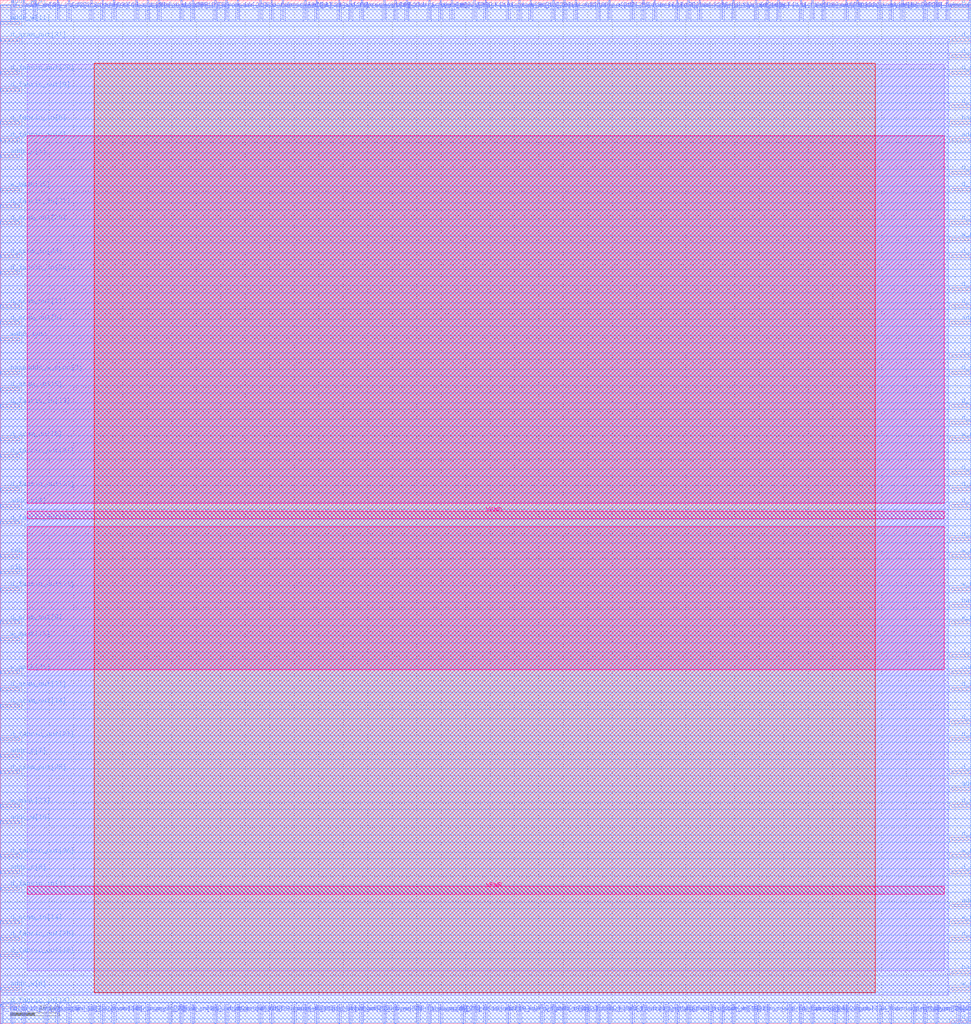
<source format=lef>
VERSION 5.7 ;
  NOWIREEXTENSIONATPIN ON ;
  DIVIDERCHAR "/" ;
  BUSBITCHARS "[]" ;
MACRO sram_ifc
  CLASS BLOCK ;
  FOREIGN sram_ifc ;
  ORIGIN 0.000 0.000 ;
  SIZE 198.260 BY 208.980 ;
  PIN addr_r[0]
    DIRECTION INPUT ;
    PORT
      LAYER met2 ;
        RECT 154.190 0.000 154.470 4.000 ;
    END
  END addr_r[0]
  PIN addr_r[10]
    DIRECTION INPUT ;
    PORT
      LAYER met3 ;
        RECT 194.260 180.240 198.260 180.840 ;
    END
  END addr_r[10]
  PIN addr_r[11]
    DIRECTION INPUT ;
    PORT
      LAYER met3 ;
        RECT 194.260 47.640 198.260 48.240 ;
    END
  END addr_r[11]
  PIN addr_r[12]
    DIRECTION INPUT ;
    PORT
      LAYER met2 ;
        RECT 121.990 204.980 122.270 208.980 ;
    END
  END addr_r[12]
  PIN addr_r[13]
    DIRECTION INPUT ;
    PORT
      LAYER met3 ;
        RECT 194.260 142.840 198.260 143.440 ;
    END
  END addr_r[13]
  PIN addr_r[1]
    DIRECTION INPUT ;
    PORT
      LAYER met3 ;
        RECT 0.000 176.840 4.000 177.440 ;
    END
  END addr_r[1]
  PIN addr_r[2]
    DIRECTION INPUT ;
    PORT
      LAYER met2 ;
        RECT 115.090 204.980 115.370 208.980 ;
    END
  END addr_r[2]
  PIN addr_r[3]
    DIRECTION INPUT ;
    PORT
      LAYER met2 ;
        RECT 112.790 0.000 113.070 4.000 ;
    END
  END addr_r[3]
  PIN addr_r[4]
    DIRECTION INPUT ;
    PORT
      LAYER met3 ;
        RECT 0.000 105.440 4.000 106.040 ;
    END
  END addr_r[4]
  PIN addr_r[5]
    DIRECTION INPUT ;
    PORT
      LAYER met2 ;
        RECT 39.190 204.980 39.470 208.980 ;
    END
  END addr_r[5]
  PIN addr_r[6]
    DIRECTION INPUT ;
    PORT
      LAYER met3 ;
        RECT 0.000 30.640 4.000 31.240 ;
    END
  END addr_r[6]
  PIN addr_r[7]
    DIRECTION INPUT ;
    PORT
      LAYER met3 ;
        RECT 0.000 54.440 4.000 55.040 ;
    END
  END addr_r[7]
  PIN addr_r[8]
    DIRECTION INPUT ;
    PORT
      LAYER met2 ;
        RECT 36.890 0.000 37.170 4.000 ;
    END
  END addr_r[8]
  PIN addr_r[9]
    DIRECTION INPUT ;
    PORT
      LAYER met2 ;
        RECT 20.790 204.980 21.070 208.980 ;
    END
  END addr_r[9]
  PIN addr_w[0]
    DIRECTION INPUT ;
    PORT
      LAYER met2 ;
        RECT 103.590 0.000 103.870 4.000 ;
    END
  END addr_w[0]
  PIN addr_w[10]
    DIRECTION INPUT ;
    PORT
      LAYER met3 ;
        RECT 0.000 40.840 4.000 41.440 ;
    END
  END addr_w[10]
  PIN addr_w[11]
    DIRECTION INPUT ;
    PORT
      LAYER met3 ;
        RECT 0.000 204.040 4.000 204.640 ;
    END
  END addr_w[11]
  PIN addr_w[12]
    DIRECTION INPUT ;
    PORT
      LAYER met2 ;
        RECT 147.290 0.000 147.570 4.000 ;
    END
  END addr_w[12]
  PIN addr_w[13]
    DIRECTION INPUT ;
    PORT
      LAYER met2 ;
        RECT 59.890 0.000 60.170 4.000 ;
    END
  END addr_w[13]
  PIN addr_w[1]
    DIRECTION INPUT ;
    PORT
      LAYER met2 ;
        RECT 78.290 0.000 78.570 4.000 ;
    END
  END addr_w[1]
  PIN addr_w[2]
    DIRECTION INPUT ;
    PORT
      LAYER met3 ;
        RECT 194.260 23.840 198.260 24.440 ;
    END
  END addr_w[2]
  PIN addr_w[3]
    DIRECTION INPUT ;
    PORT
      LAYER met2 ;
        RECT 121.990 0.000 122.270 4.000 ;
    END
  END addr_w[3]
  PIN addr_w[4]
    DIRECTION INPUT ;
    PORT
      LAYER met2 ;
        RECT 165.690 0.000 165.970 4.000 ;
    END
  END addr_w[4]
  PIN addr_w[5]
    DIRECTION INPUT ;
    PORT
      LAYER met2 ;
        RECT 48.390 204.980 48.670 208.980 ;
    END
  END addr_w[5]
  PIN addr_w[6]
    DIRECTION INPUT ;
    PORT
      LAYER met3 ;
        RECT 0.000 6.840 4.000 7.440 ;
    END
  END addr_w[6]
  PIN addr_w[7]
    DIRECTION INPUT ;
    PORT
      LAYER met2 ;
        RECT 13.890 0.000 14.170 4.000 ;
    END
  END addr_w[7]
  PIN addr_w[8]
    DIRECTION INPUT ;
    PORT
      LAYER met2 ;
        RECT 4.690 204.980 4.970 208.980 ;
    END
  END addr_w[8]
  PIN addr_w[9]
    DIRECTION INPUT ;
    PORT
      LAYER met3 ;
        RECT 0.000 207.440 4.000 208.040 ;
    END
  END addr_w[9]
  PIN baseaddr_r_sync[0]
    DIRECTION OUTPUT TRISTATE ;
    PORT
      LAYER met3 ;
        RECT 194.260 85.040 198.260 85.640 ;
    END
  END baseaddr_r_sync[0]
  PIN baseaddr_r_sync[1]
    DIRECTION OUTPUT TRISTATE ;
    PORT
      LAYER met2 ;
        RECT 138.090 204.980 138.370 208.980 ;
    END
  END baseaddr_r_sync[1]
  PIN baseaddr_r_sync[2]
    DIRECTION OUTPUT TRISTATE ;
    PORT
      LAYER met2 ;
        RECT 181.790 0.000 182.070 4.000 ;
    END
  END baseaddr_r_sync[2]
  PIN baseaddr_r_sync[3]
    DIRECTION OUTPUT TRISTATE ;
    PORT
      LAYER met2 ;
        RECT 71.390 0.000 71.670 4.000 ;
    END
  END baseaddr_r_sync[3]
  PIN baseaddr_r_sync[4]
    DIRECTION OUTPUT TRISTATE ;
    PORT
      LAYER met3 ;
        RECT 194.260 10.240 198.260 10.840 ;
    END
  END baseaddr_r_sync[4]
  PIN baseaddr_r_sync[5]
    DIRECTION OUTPUT TRISTATE ;
    PORT
      LAYER met2 ;
        RECT 80.590 0.000 80.870 4.000 ;
    END
  END baseaddr_r_sync[5]
  PIN baseaddr_r_sync[6]
    DIRECTION OUTPUT TRISTATE ;
    PORT
      LAYER met2 ;
        RECT 195.590 0.000 195.870 4.000 ;
    END
  END baseaddr_r_sync[6]
  PIN baseaddr_r_sync[7]
    DIRECTION OUTPUT TRISTATE ;
    PORT
      LAYER met2 ;
        RECT 27.690 204.980 27.970 208.980 ;
    END
  END baseaddr_r_sync[7]
  PIN baseaddr_r_sync[8]
    DIRECTION OUTPUT TRISTATE ;
    PORT
      LAYER met2 ;
        RECT 142.690 204.980 142.970 208.980 ;
    END
  END baseaddr_r_sync[8]
  PIN baseaddr_w_sync[0]
    DIRECTION OUTPUT TRISTATE ;
    PORT
      LAYER met2 ;
        RECT 69.090 204.980 69.370 208.980 ;
    END
  END baseaddr_w_sync[0]
  PIN baseaddr_w_sync[1]
    DIRECTION OUTPUT TRISTATE ;
    PORT
      LAYER met3 ;
        RECT 194.260 183.640 198.260 184.240 ;
    END
  END baseaddr_w_sync[1]
  PIN baseaddr_w_sync[2]
    DIRECTION OUTPUT TRISTATE ;
    PORT
      LAYER met2 ;
        RECT 23.090 0.000 23.370 4.000 ;
    END
  END baseaddr_w_sync[2]
  PIN baseaddr_w_sync[3]
    DIRECTION OUTPUT TRISTATE ;
    PORT
      LAYER met2 ;
        RECT 52.990 204.980 53.270 208.980 ;
    END
  END baseaddr_w_sync[3]
  PIN baseaddr_w_sync[4]
    DIRECTION OUTPUT TRISTATE ;
    PORT
      LAYER met2 ;
        RECT 80.590 204.980 80.870 208.980 ;
    END
  END baseaddr_w_sync[4]
  PIN baseaddr_w_sync[5]
    DIRECTION OUTPUT TRISTATE ;
    PORT
      LAYER met2 ;
        RECT 172.590 204.980 172.870 208.980 ;
    END
  END baseaddr_w_sync[5]
  PIN baseaddr_w_sync[6]
    DIRECTION OUTPUT TRISTATE ;
    PORT
      LAYER met2 ;
        RECT 98.990 0.000 99.270 4.000 ;
    END
  END baseaddr_w_sync[6]
  PIN baseaddr_w_sync[7]
    DIRECTION OUTPUT TRISTATE ;
    PORT
      LAYER met3 ;
        RECT 0.000 132.640 4.000 133.240 ;
    END
  END baseaddr_w_sync[7]
  PIN baseaddr_w_sync[8]
    DIRECTION OUTPUT TRISTATE ;
    PORT
      LAYER met2 ;
        RECT 156.490 0.000 156.770 4.000 ;
    END
  END baseaddr_w_sync[8]
  PIN clk
    DIRECTION INPUT ;
    PORT
      LAYER met3 ;
        RECT 0.000 91.840 4.000 92.440 ;
    END
  END clk
  PIN conf[0]
    DIRECTION INPUT ;
    PORT
      LAYER met2 ;
        RECT 133.490 204.980 133.770 208.980 ;
    END
  END conf[0]
  PIN conf[1]
    DIRECTION INPUT ;
    PORT
      LAYER met2 ;
        RECT 73.690 0.000 73.970 4.000 ;
    END
  END conf[1]
  PIN conf[2]
    DIRECTION INPUT ;
    PORT
      LAYER met3 ;
        RECT 194.260 71.440 198.260 72.040 ;
    END
  END conf[2]
  PIN csb
    DIRECTION INPUT ;
    PORT
      LAYER met2 ;
        RECT 174.890 0.000 175.170 4.000 ;
    END
  END csb
  PIN csb0_sync
    DIRECTION OUTPUT TRISTATE ;
    PORT
      LAYER met2 ;
        RECT 188.690 204.980 188.970 208.980 ;
    END
  END csb0_sync
  PIN csb1_sync
    DIRECTION OUTPUT TRISTATE ;
    PORT
      LAYER met2 ;
        RECT 18.490 204.980 18.770 208.980 ;
    END
  END csb1_sync
  PIN d_fabric_in[0]
    DIRECTION INPUT ;
    PORT
      LAYER met2 ;
        RECT 161.090 0.000 161.370 4.000 ;
    END
  END d_fabric_in[0]
  PIN d_fabric_in[10]
    DIRECTION INPUT ;
    PORT
      LAYER met2 ;
        RECT 128.890 0.000 129.170 4.000 ;
    END
  END d_fabric_in[10]
  PIN d_fabric_in[11]
    DIRECTION INPUT ;
    PORT
      LAYER met2 ;
        RECT 117.390 204.980 117.670 208.980 ;
    END
  END d_fabric_in[11]
  PIN d_fabric_in[12]
    DIRECTION INPUT ;
    PORT
      LAYER met3 ;
        RECT 194.260 200.640 198.260 201.240 ;
    END
  END d_fabric_in[12]
  PIN d_fabric_in[13]
    DIRECTION INPUT ;
    PORT
      LAYER met3 ;
        RECT 0.000 125.840 4.000 126.440 ;
    END
  END d_fabric_in[13]
  PIN d_fabric_in[14]
    DIRECTION INPUT ;
    PORT
      LAYER met3 ;
        RECT 0.000 3.440 4.000 4.040 ;
    END
  END d_fabric_in[14]
  PIN d_fabric_in[15]
    DIRECTION INPUT ;
    PORT
      LAYER met2 ;
        RECT 32.290 204.980 32.570 208.980 ;
    END
  END d_fabric_in[15]
  PIN d_fabric_in[16]
    DIRECTION INPUT ;
    PORT
      LAYER met2 ;
        RECT 147.290 204.980 147.570 208.980 ;
    END
  END d_fabric_in[16]
  PIN d_fabric_in[17]
    DIRECTION INPUT ;
    PORT
      LAYER met3 ;
        RECT 194.260 197.240 198.260 197.840 ;
    END
  END d_fabric_in[17]
  PIN d_fabric_in[18]
    DIRECTION INPUT ;
    PORT
      LAYER met3 ;
        RECT 194.260 156.440 198.260 157.040 ;
    END
  END d_fabric_in[18]
  PIN d_fabric_in[19]
    DIRECTION INPUT ;
    PORT
      LAYER met2 ;
        RECT 190.990 204.980 191.270 208.980 ;
    END
  END d_fabric_in[19]
  PIN d_fabric_in[1]
    DIRECTION INPUT ;
    PORT
      LAYER met3 ;
        RECT 0.000 27.240 4.000 27.840 ;
    END
  END d_fabric_in[1]
  PIN d_fabric_in[20]
    DIRECTION INPUT ;
    PORT
      LAYER met2 ;
        RECT 85.190 0.000 85.470 4.000 ;
    END
  END d_fabric_in[20]
  PIN d_fabric_in[21]
    DIRECTION INPUT ;
    PORT
      LAYER met3 ;
        RECT 194.260 146.240 198.260 146.840 ;
    END
  END d_fabric_in[21]
  PIN d_fabric_in[22]
    DIRECTION INPUT ;
    PORT
      LAYER met2 ;
        RECT 163.390 0.000 163.670 4.000 ;
    END
  END d_fabric_in[22]
  PIN d_fabric_in[23]
    DIRECTION INPUT ;
    PORT
      LAYER met3 ;
        RECT 194.260 112.240 198.260 112.840 ;
    END
  END d_fabric_in[23]
  PIN d_fabric_in[24]
    DIRECTION INPUT ;
    PORT
      LAYER met3 ;
        RECT 0.000 153.040 4.000 153.640 ;
    END
  END d_fabric_in[24]
  PIN d_fabric_in[25]
    DIRECTION INPUT ;
    PORT
      LAYER met2 ;
        RECT 158.790 204.980 159.070 208.980 ;
    END
  END d_fabric_in[25]
  PIN d_fabric_in[26]
    DIRECTION INPUT ;
    PORT
      LAYER met2 ;
        RECT 55.290 204.980 55.570 208.980 ;
    END
  END d_fabric_in[26]
  PIN d_fabric_in[27]
    DIRECTION INPUT ;
    PORT
      LAYER met2 ;
        RECT 13.890 204.980 14.170 208.980 ;
    END
  END d_fabric_in[27]
  PIN d_fabric_in[28]
    DIRECTION INPUT ;
    PORT
      LAYER met3 ;
        RECT 194.260 98.640 198.260 99.240 ;
    END
  END d_fabric_in[28]
  PIN d_fabric_in[29]
    DIRECTION INPUT ;
    PORT
      LAYER met3 ;
        RECT 194.260 125.840 198.260 126.440 ;
    END
  END d_fabric_in[29]
  PIN d_fabric_in[2]
    DIRECTION INPUT ;
    PORT
      LAYER met2 ;
        RECT 110.490 0.000 110.770 4.000 ;
    END
  END d_fabric_in[2]
  PIN d_fabric_in[30]
    DIRECTION INPUT ;
    PORT
      LAYER met2 ;
        RECT 179.490 0.000 179.770 4.000 ;
    END
  END d_fabric_in[30]
  PIN d_fabric_in[31]
    DIRECTION INPUT ;
    PORT
      LAYER met3 ;
        RECT 0.000 166.640 4.000 167.240 ;
    END
  END d_fabric_in[31]
  PIN d_fabric_in[3]
    DIRECTION INPUT ;
    PORT
      LAYER met2 ;
        RECT 138.090 0.000 138.370 4.000 ;
    END
  END d_fabric_in[3]
  PIN d_fabric_in[4]
    DIRECTION INPUT ;
    PORT
      LAYER met2 ;
        RECT 149.590 204.980 149.870 208.980 ;
    END
  END d_fabric_in[4]
  PIN d_fabric_in[5]
    DIRECTION INPUT ;
    PORT
      LAYER met2 ;
        RECT 131.190 204.980 131.470 208.980 ;
    END
  END d_fabric_in[5]
  PIN d_fabric_in[6]
    DIRECTION INPUT ;
    PORT
      LAYER met3 ;
        RECT 0.000 180.240 4.000 180.840 ;
    END
  END d_fabric_in[6]
  PIN d_fabric_in[7]
    DIRECTION INPUT ;
    PORT
      LAYER met3 ;
        RECT 194.260 207.440 198.260 208.040 ;
    END
  END d_fabric_in[7]
  PIN d_fabric_in[8]
    DIRECTION INPUT ;
    PORT
      LAYER met3 ;
        RECT 0.000 183.640 4.000 184.240 ;
    END
  END d_fabric_in[8]
  PIN d_fabric_in[9]
    DIRECTION INPUT ;
    PORT
      LAYER met2 ;
        RECT 4.690 0.000 4.970 4.000 ;
    END
  END d_fabric_in[9]
  PIN d_fabric_out[0]
    DIRECTION OUTPUT TRISTATE ;
    PORT
      LAYER met2 ;
        RECT 52.990 0.000 53.270 4.000 ;
    END
  END d_fabric_out[0]
  PIN d_fabric_out[10]
    DIRECTION OUTPUT TRISTATE ;
    PORT
      LAYER met3 ;
        RECT 0.000 13.640 4.000 14.240 ;
    END
  END d_fabric_out[10]
  PIN d_fabric_out[11]
    DIRECTION OUTPUT TRISTATE ;
    PORT
      LAYER met2 ;
        RECT 124.290 0.000 124.570 4.000 ;
    END
  END d_fabric_out[11]
  PIN d_fabric_out[12]
    DIRECTION OUTPUT TRISTATE ;
    PORT
      LAYER met3 ;
        RECT 194.260 170.040 198.260 170.640 ;
    END
  END d_fabric_out[12]
  PIN d_fabric_out[13]
    DIRECTION OUTPUT TRISTATE ;
    PORT
      LAYER met2 ;
        RECT 62.190 0.000 62.470 4.000 ;
    END
  END d_fabric_out[13]
  PIN d_fabric_out[14]
    DIRECTION OUTPUT TRISTATE ;
    PORT
      LAYER met2 ;
        RECT 131.190 0.000 131.470 4.000 ;
    END
  END d_fabric_out[14]
  PIN d_fabric_out[15]
    DIRECTION OUTPUT TRISTATE ;
    PORT
      LAYER met2 ;
        RECT 82.890 204.980 83.170 208.980 ;
    END
  END d_fabric_out[15]
  PIN d_fabric_out[16]
    DIRECTION OUTPUT TRISTATE ;
    PORT
      LAYER met3 ;
        RECT 194.260 122.440 198.260 123.040 ;
    END
  END d_fabric_out[16]
  PIN d_fabric_out[17]
    DIRECTION OUTPUT TRISTATE ;
    PORT
      LAYER met2 ;
        RECT 128.890 204.980 129.170 208.980 ;
    END
  END d_fabric_out[17]
  PIN d_fabric_out[18]
    DIRECTION OUTPUT TRISTATE ;
    PORT
      LAYER met2 ;
        RECT 105.890 0.000 106.170 4.000 ;
    END
  END d_fabric_out[18]
  PIN d_fabric_out[19]
    DIRECTION OUTPUT TRISTATE ;
    PORT
      LAYER met3 ;
        RECT 194.260 17.040 198.260 17.640 ;
    END
  END d_fabric_out[19]
  PIN d_fabric_out[1]
    DIRECTION OUTPUT TRISTATE ;
    PORT
      LAYER met2 ;
        RECT 119.690 0.000 119.970 4.000 ;
    END
  END d_fabric_out[1]
  PIN d_fabric_out[20]
    DIRECTION OUTPUT TRISTATE ;
    PORT
      LAYER met2 ;
        RECT 55.290 0.000 55.570 4.000 ;
    END
  END d_fabric_out[20]
  PIN d_fabric_out[21]
    DIRECTION OUTPUT TRISTATE ;
    PORT
      LAYER met3 ;
        RECT 0.000 115.640 4.000 116.240 ;
    END
  END d_fabric_out[21]
  PIN d_fabric_out[22]
    DIRECTION OUTPUT TRISTATE ;
    PORT
      LAYER met3 ;
        RECT 0.000 108.840 4.000 109.440 ;
    END
  END d_fabric_out[22]
  PIN d_fabric_out[23]
    DIRECTION OUTPUT TRISTATE ;
    PORT
      LAYER met3 ;
        RECT 0.000 88.440 4.000 89.040 ;
    END
  END d_fabric_out[23]
  PIN d_fabric_out[24]
    DIRECTION OUTPUT TRISTATE ;
    PORT
      LAYER met3 ;
        RECT 194.260 74.840 198.260 75.440 ;
    END
  END d_fabric_out[24]
  PIN d_fabric_out[25]
    DIRECTION OUTPUT TRISTATE ;
    PORT
      LAYER met3 ;
        RECT 0.000 17.040 4.000 17.640 ;
    END
  END d_fabric_out[25]
  PIN d_fabric_out[26]
    DIRECTION OUTPUT TRISTATE ;
    PORT
      LAYER met3 ;
        RECT 0.000 34.040 4.000 34.640 ;
    END
  END d_fabric_out[26]
  PIN d_fabric_out[27]
    DIRECTION OUTPUT TRISTATE ;
    PORT
      LAYER met3 ;
        RECT 0.000 57.840 4.000 58.440 ;
    END
  END d_fabric_out[27]
  PIN d_fabric_out[28]
    DIRECTION OUTPUT TRISTATE ;
    PORT
      LAYER met2 ;
        RECT 87.490 204.980 87.770 208.980 ;
    END
  END d_fabric_out[28]
  PIN d_fabric_out[29]
    DIRECTION OUTPUT TRISTATE ;
    PORT
      LAYER met3 ;
        RECT 0.000 193.840 4.000 194.440 ;
    END
  END d_fabric_out[29]
  PIN d_fabric_out[2]
    DIRECTION OUTPUT TRISTATE ;
    PORT
      LAYER met2 ;
        RECT 71.390 204.980 71.670 208.980 ;
    END
  END d_fabric_out[2]
  PIN d_fabric_out[30]
    DIRECTION OUTPUT TRISTATE ;
    PORT
      LAYER met2 ;
        RECT 98.990 204.980 99.270 208.980 ;
    END
  END d_fabric_out[30]
  PIN d_fabric_out[31]
    DIRECTION OUTPUT TRISTATE ;
    PORT
      LAYER met2 ;
        RECT 197.890 204.980 198.170 208.980 ;
    END
  END d_fabric_out[31]
  PIN d_fabric_out[3]
    DIRECTION OUTPUT TRISTATE ;
    PORT
      LAYER met2 ;
        RECT 163.390 204.980 163.670 208.980 ;
    END
  END d_fabric_out[3]
  PIN d_fabric_out[4]
    DIRECTION OUTPUT TRISTATE ;
    PORT
      LAYER met2 ;
        RECT 140.390 0.000 140.670 4.000 ;
    END
  END d_fabric_out[4]
  PIN d_fabric_out[5]
    DIRECTION OUTPUT TRISTATE ;
    PORT
      LAYER met3 ;
        RECT 194.260 163.240 198.260 163.840 ;
    END
  END d_fabric_out[5]
  PIN d_fabric_out[6]
    DIRECTION OUTPUT TRISTATE ;
    PORT
      LAYER met3 ;
        RECT 194.260 149.640 198.260 150.240 ;
    END
  END d_fabric_out[6]
  PIN d_fabric_out[7]
    DIRECTION OUTPUT TRISTATE ;
    PORT
      LAYER met3 ;
        RECT 194.260 105.440 198.260 106.040 ;
    END
  END d_fabric_out[7]
  PIN d_fabric_out[8]
    DIRECTION OUTPUT TRISTATE ;
    PORT
      LAYER met3 ;
        RECT 0.000 102.040 4.000 102.640 ;
    END
  END d_fabric_out[8]
  PIN d_fabric_out[9]
    DIRECTION OUTPUT TRISTATE ;
    PORT
      LAYER met3 ;
        RECT 0.000 190.440 4.000 191.040 ;
    END
  END d_fabric_out[9]
  PIN d_sram_in[0]
    DIRECTION OUTPUT TRISTATE ;
    PORT
      LAYER met2 ;
        RECT 2.390 0.000 2.670 4.000 ;
    END
  END d_sram_in[0]
  PIN d_sram_in[10]
    DIRECTION OUTPUT TRISTATE ;
    PORT
      LAYER met3 ;
        RECT 194.260 61.240 198.260 61.840 ;
    END
  END d_sram_in[10]
  PIN d_sram_in[11]
    DIRECTION OUTPUT TRISTATE ;
    PORT
      LAYER met3 ;
        RECT 194.260 57.840 198.260 58.440 ;
    END
  END d_sram_in[11]
  PIN d_sram_in[12]
    DIRECTION OUTPUT TRISTATE ;
    PORT
      LAYER met2 ;
        RECT 103.590 204.980 103.870 208.980 ;
    END
  END d_sram_in[12]
  PIN d_sram_in[13]
    DIRECTION OUTPUT TRISTATE ;
    PORT
      LAYER met2 ;
        RECT 6.990 204.980 7.270 208.980 ;
    END
  END d_sram_in[13]
  PIN d_sram_in[14]
    DIRECTION OUTPUT TRISTATE ;
    PORT
      LAYER met3 ;
        RECT 0.000 20.440 4.000 21.040 ;
    END
  END d_sram_in[14]
  PIN d_sram_in[15]
    DIRECTION OUTPUT TRISTATE ;
    PORT
      LAYER met3 ;
        RECT 0.000 129.240 4.000 129.840 ;
    END
  END d_sram_in[15]
  PIN d_sram_in[16]
    DIRECTION OUTPUT TRISTATE ;
    PORT
      LAYER met3 ;
        RECT 194.260 37.440 198.260 38.040 ;
    END
  END d_sram_in[16]
  PIN d_sram_in[17]
    DIRECTION OUTPUT TRISTATE ;
    PORT
      LAYER met3 ;
        RECT 194.260 0.040 198.260 0.640 ;
    END
  END d_sram_in[17]
  PIN d_sram_in[18]
    DIRECTION OUTPUT TRISTATE ;
    PORT
      LAYER met2 ;
        RECT 9.290 0.000 9.570 4.000 ;
    END
  END d_sram_in[18]
  PIN d_sram_in[19]
    DIRECTION OUTPUT TRISTATE ;
    PORT
      LAYER met3 ;
        RECT 194.260 187.040 198.260 187.640 ;
    END
  END d_sram_in[19]
  PIN d_sram_in[1]
    DIRECTION OUTPUT TRISTATE ;
    PORT
      LAYER met2 ;
        RECT 73.690 204.980 73.970 208.980 ;
    END
  END d_sram_in[1]
  PIN d_sram_in[20]
    DIRECTION OUTPUT TRISTATE ;
    PORT
      LAYER met2 ;
        RECT 43.790 204.980 44.070 208.980 ;
    END
  END d_sram_in[20]
  PIN d_sram_in[21]
    DIRECTION OUTPUT TRISTATE ;
    PORT
      LAYER met3 ;
        RECT 194.260 136.040 198.260 136.640 ;
    END
  END d_sram_in[21]
  PIN d_sram_in[22]
    DIRECTION OUTPUT TRISTATE ;
    PORT
      LAYER met2 ;
        RECT 69.090 0.000 69.370 4.000 ;
    END
  END d_sram_in[22]
  PIN d_sram_in[23]
    DIRECTION OUTPUT TRISTATE ;
    PORT
      LAYER met2 ;
        RECT 87.490 0.000 87.770 4.000 ;
    END
  END d_sram_in[23]
  PIN d_sram_in[24]
    DIRECTION OUTPUT TRISTATE ;
    PORT
      LAYER met2 ;
        RECT 186.390 0.000 186.670 4.000 ;
    END
  END d_sram_in[24]
  PIN d_sram_in[25]
    DIRECTION OUTPUT TRISTATE ;
    PORT
      LAYER met2 ;
        RECT 181.790 204.980 182.070 208.980 ;
    END
  END d_sram_in[25]
  PIN d_sram_in[26]
    DIRECTION OUTPUT TRISTATE ;
    PORT
      LAYER met2 ;
        RECT 34.590 0.000 34.870 4.000 ;
    END
  END d_sram_in[26]
  PIN d_sram_in[27]
    DIRECTION OUTPUT TRISTATE ;
    PORT
      LAYER met2 ;
        RECT 64.490 204.980 64.770 208.980 ;
    END
  END d_sram_in[27]
  PIN d_sram_in[28]
    DIRECTION OUTPUT TRISTATE ;
    PORT
      LAYER met3 ;
        RECT 0.000 156.440 4.000 157.040 ;
    END
  END d_sram_in[28]
  PIN d_sram_in[29]
    DIRECTION OUTPUT TRISTATE ;
    PORT
      LAYER met2 ;
        RECT 188.690 0.000 188.970 4.000 ;
    END
  END d_sram_in[29]
  PIN d_sram_in[2]
    DIRECTION OUTPUT TRISTATE ;
    PORT
      LAYER met2 ;
        RECT 27.690 0.000 27.970 4.000 ;
    END
  END d_sram_in[2]
  PIN d_sram_in[30]
    DIRECTION OUTPUT TRISTATE ;
    PORT
      LAYER met2 ;
        RECT 105.890 204.980 106.170 208.980 ;
    END
  END d_sram_in[30]
  PIN d_sram_in[31]
    DIRECTION OUTPUT TRISTATE ;
    PORT
      LAYER met3 ;
        RECT 194.260 30.640 198.260 31.240 ;
    END
  END d_sram_in[31]
  PIN d_sram_in[3]
    DIRECTION OUTPUT TRISTATE ;
    PORT
      LAYER met2 ;
        RECT 2.390 204.980 2.670 208.980 ;
    END
  END d_sram_in[3]
  PIN d_sram_in[4]
    DIRECTION OUTPUT TRISTATE ;
    PORT
      LAYER met2 ;
        RECT 89.790 204.980 90.070 208.980 ;
    END
  END d_sram_in[4]
  PIN d_sram_in[5]
    DIRECTION OUTPUT TRISTATE ;
    PORT
      LAYER met3 ;
        RECT 194.260 51.040 198.260 51.640 ;
    END
  END d_sram_in[5]
  PIN d_sram_in[6]
    DIRECTION OUTPUT TRISTATE ;
    PORT
      LAYER met2 ;
        RECT 36.890 204.980 37.170 208.980 ;
    END
  END d_sram_in[6]
  PIN d_sram_in[7]
    DIRECTION OUTPUT TRISTATE ;
    PORT
      LAYER met2 ;
        RECT 144.990 0.000 145.270 4.000 ;
    END
  END d_sram_in[7]
  PIN d_sram_in[8]
    DIRECTION OUTPUT TRISTATE ;
    PORT
      LAYER met2 ;
        RECT 135.790 0.000 136.070 4.000 ;
    END
  END d_sram_in[8]
  PIN d_sram_in[9]
    DIRECTION OUTPUT TRISTATE ;
    PORT
      LAYER met3 ;
        RECT 194.260 68.040 198.260 68.640 ;
    END
  END d_sram_in[9]
  PIN d_sram_out[0]
    DIRECTION INPUT ;
    PORT
      LAYER met3 ;
        RECT 0.000 142.840 4.000 143.440 ;
    END
  END d_sram_out[0]
  PIN d_sram_out[10]
    DIRECTION INPUT ;
    PORT
      LAYER met2 ;
        RECT 39.190 0.000 39.470 4.000 ;
    END
  END d_sram_out[10]
  PIN d_sram_out[11]
    DIRECTION INPUT ;
    PORT
      LAYER met3 ;
        RECT 0.000 146.240 4.000 146.840 ;
    END
  END d_sram_out[11]
  PIN d_sram_out[12]
    DIRECTION INPUT ;
    PORT
      LAYER met2 ;
        RECT 29.990 204.980 30.270 208.980 ;
    END
  END d_sram_out[12]
  PIN d_sram_out[13]
    DIRECTION INPUT ;
    PORT
      LAYER met2 ;
        RECT 112.790 204.980 113.070 208.980 ;
    END
  END d_sram_out[13]
  PIN d_sram_out[14]
    DIRECTION INPUT ;
    PORT
      LAYER met3 ;
        RECT 0.000 64.640 4.000 65.240 ;
    END
  END d_sram_out[14]
  PIN d_sram_out[15]
    DIRECTION INPUT ;
    PORT
      LAYER met2 ;
        RECT 174.890 204.980 175.170 208.980 ;
    END
  END d_sram_out[15]
  PIN d_sram_out[16]
    DIRECTION INPUT ;
    PORT
      LAYER met2 ;
        RECT 46.090 0.000 46.370 4.000 ;
    END
  END d_sram_out[16]
  PIN d_sram_out[17]
    DIRECTION INPUT ;
    PORT
      LAYER met3 ;
        RECT 194.260 193.840 198.260 194.440 ;
    END
  END d_sram_out[17]
  PIN d_sram_out[18]
    DIRECTION INPUT ;
    PORT
      LAYER met2 ;
        RECT 96.690 0.000 96.970 4.000 ;
    END
  END d_sram_out[18]
  PIN d_sram_out[19]
    DIRECTION INPUT ;
    PORT
      LAYER met2 ;
        RECT 165.690 204.980 165.970 208.980 ;
    END
  END d_sram_out[19]
  PIN d_sram_out[1]
    DIRECTION INPUT ;
    PORT
      LAYER met3 ;
        RECT 194.260 132.640 198.260 133.240 ;
    END
  END d_sram_out[1]
  PIN d_sram_out[20]
    DIRECTION INPUT ;
    PORT
      LAYER met2 ;
        RECT 197.890 0.000 198.170 4.000 ;
    END
  END d_sram_out[20]
  PIN d_sram_out[21]
    DIRECTION INPUT ;
    PORT
      LAYER met3 ;
        RECT 0.000 68.040 4.000 68.640 ;
    END
  END d_sram_out[21]
  PIN d_sram_out[22]
    DIRECTION INPUT ;
    PORT
      LAYER met2 ;
        RECT 11.590 0.000 11.870 4.000 ;
    END
  END d_sram_out[22]
  PIN d_sram_out[23]
    DIRECTION INPUT ;
    PORT
      LAYER met2 ;
        RECT 167.990 204.980 168.270 208.980 ;
    END
  END d_sram_out[23]
  PIN d_sram_out[24]
    DIRECTION INPUT ;
    PORT
      LAYER met2 ;
        RECT 170.290 0.000 170.570 4.000 ;
    END
  END d_sram_out[24]
  PIN d_sram_out[25]
    DIRECTION INPUT ;
    PORT
      LAYER met3 ;
        RECT 0.000 51.040 4.000 51.640 ;
    END
  END d_sram_out[25]
  PIN d_sram_out[26]
    DIRECTION INPUT ;
    PORT
      LAYER met2 ;
        RECT 179.490 204.980 179.770 208.980 ;
    END
  END d_sram_out[26]
  PIN d_sram_out[27]
    DIRECTION INPUT ;
    PORT
      LAYER met2 ;
        RECT 190.990 0.000 191.270 4.000 ;
    END
  END d_sram_out[27]
  PIN d_sram_out[28]
    DIRECTION INPUT ;
    PORT
      LAYER met2 ;
        RECT 48.390 0.000 48.670 4.000 ;
    END
  END d_sram_out[28]
  PIN d_sram_out[29]
    DIRECTION INPUT ;
    PORT
      LAYER met2 ;
        RECT 115.090 0.000 115.370 4.000 ;
    END
  END d_sram_out[29]
  PIN d_sram_out[2]
    DIRECTION INPUT ;
    PORT
      LAYER met3 ;
        RECT 194.260 173.440 198.260 174.040 ;
    END
  END d_sram_out[2]
  PIN d_sram_out[30]
    DIRECTION INPUT ;
    PORT
      LAYER met3 ;
        RECT 0.000 163.240 4.000 163.840 ;
    END
  END d_sram_out[30]
  PIN d_sram_out[31]
    DIRECTION INPUT ;
    PORT
      LAYER met3 ;
        RECT 0.000 200.640 4.000 201.240 ;
    END
  END d_sram_out[31]
  PIN d_sram_out[3]
    DIRECTION INPUT ;
    PORT
      LAYER met3 ;
        RECT 194.260 44.240 198.260 44.840 ;
    END
  END d_sram_out[3]
  PIN d_sram_out[4]
    DIRECTION INPUT ;
    PORT
      LAYER met2 ;
        RECT 43.790 0.000 44.070 4.000 ;
    END
  END d_sram_out[4]
  PIN d_sram_out[5]
    DIRECTION INPUT ;
    PORT
      LAYER met2 ;
        RECT 18.490 0.000 18.770 4.000 ;
    END
  END d_sram_out[5]
  PIN d_sram_out[6]
    DIRECTION INPUT ;
    PORT
      LAYER met3 ;
        RECT 194.260 108.840 198.260 109.440 ;
    END
  END d_sram_out[6]
  PIN d_sram_out[7]
    DIRECTION INPUT ;
    PORT
      LAYER met2 ;
        RECT 23.090 204.980 23.370 208.980 ;
    END
  END d_sram_out[7]
  PIN d_sram_out[8]
    DIRECTION INPUT ;
    PORT
      LAYER met3 ;
        RECT 0.000 119.040 4.000 119.640 ;
    END
  END d_sram_out[8]
  PIN d_sram_out[9]
    DIRECTION INPUT ;
    PORT
      LAYER met3 ;
        RECT 0.000 81.640 4.000 82.240 ;
    END
  END d_sram_out[9]
  PIN out_reg
    DIRECTION INPUT ;
    PORT
      LAYER met2 ;
        RECT 154.190 204.980 154.470 208.980 ;
    END
  END out_reg
  PIN reb
    DIRECTION INPUT ;
    PORT
      LAYER met3 ;
        RECT 0.000 95.240 4.000 95.840 ;
    END
  END reb
  PIN w_mask[0]
    DIRECTION OUTPUT TRISTATE ;
    PORT
      LAYER met2 ;
        RECT 172.590 0.000 172.870 4.000 ;
    END
  END w_mask[0]
  PIN w_mask[10]
    DIRECTION OUTPUT TRISTATE ;
    PORT
      LAYER met2 ;
        RECT 96.690 204.980 96.970 208.980 ;
    END
  END w_mask[10]
  PIN w_mask[11]
    DIRECTION OUTPUT TRISTATE ;
    PORT
      LAYER met3 ;
        RECT 194.260 159.840 198.260 160.440 ;
    END
  END w_mask[11]
  PIN w_mask[12]
    DIRECTION OUTPUT TRISTATE ;
    PORT
      LAYER met2 ;
        RECT 0.090 0.000 0.370 4.000 ;
    END
  END w_mask[12]
  PIN w_mask[13]
    DIRECTION OUTPUT TRISTATE ;
    PORT
      LAYER met3 ;
        RECT 0.000 78.240 4.000 78.840 ;
    END
  END w_mask[13]
  PIN w_mask[14]
    DIRECTION OUTPUT TRISTATE ;
    PORT
      LAYER met2 ;
        RECT 64.490 0.000 64.770 4.000 ;
    END
  END w_mask[14]
  PIN w_mask[15]
    DIRECTION OUTPUT TRISTATE ;
    PORT
      LAYER met2 ;
        RECT 29.990 0.000 30.270 4.000 ;
    END
  END w_mask[15]
  PIN w_mask[16]
    DIRECTION OUTPUT TRISTATE ;
    PORT
      LAYER met2 ;
        RECT 156.490 204.980 156.770 208.980 ;
    END
  END w_mask[16]
  PIN w_mask[17]
    DIRECTION OUTPUT TRISTATE ;
    PORT
      LAYER met2 ;
        RECT 193.290 204.980 193.570 208.980 ;
    END
  END w_mask[17]
  PIN w_mask[18]
    DIRECTION OUTPUT TRISTATE ;
    PORT
      LAYER met3 ;
        RECT 194.260 119.040 198.260 119.640 ;
    END
  END w_mask[18]
  PIN w_mask[19]
    DIRECTION OUTPUT TRISTATE ;
    PORT
      LAYER met2 ;
        RECT 94.390 0.000 94.670 4.000 ;
    END
  END w_mask[19]
  PIN w_mask[1]
    DIRECTION OUTPUT TRISTATE ;
    PORT
      LAYER met2 ;
        RECT 149.590 0.000 149.870 4.000 ;
    END
  END w_mask[1]
  PIN w_mask[20]
    DIRECTION OUTPUT TRISTATE ;
    PORT
      LAYER met2 ;
        RECT 62.190 204.980 62.470 208.980 ;
    END
  END w_mask[20]
  PIN w_mask[21]
    DIRECTION OUTPUT TRISTATE ;
    PORT
      LAYER met2 ;
        RECT 11.590 204.980 11.870 208.980 ;
    END
  END w_mask[21]
  PIN w_mask[22]
    DIRECTION OUTPUT TRISTATE ;
    PORT
      LAYER met2 ;
        RECT 140.390 204.980 140.670 208.980 ;
    END
  END w_mask[22]
  PIN w_mask[23]
    DIRECTION OUTPUT TRISTATE ;
    PORT
      LAYER met3 ;
        RECT 0.000 44.240 4.000 44.840 ;
    END
  END w_mask[23]
  PIN w_mask[24]
    DIRECTION OUTPUT TRISTATE ;
    PORT
      LAYER met2 ;
        RECT 20.790 0.000 21.070 4.000 ;
    END
  END w_mask[24]
  PIN w_mask[25]
    DIRECTION OUTPUT TRISTATE ;
    PORT
      LAYER met3 ;
        RECT 0.000 170.040 4.000 170.640 ;
    END
  END w_mask[25]
  PIN w_mask[26]
    DIRECTION OUTPUT TRISTATE ;
    PORT
      LAYER met2 ;
        RECT 124.290 204.980 124.570 208.980 ;
    END
  END w_mask[26]
  PIN w_mask[27]
    DIRECTION OUTPUT TRISTATE ;
    PORT
      LAYER met2 ;
        RECT 57.590 204.980 57.870 208.980 ;
    END
  END w_mask[27]
  PIN w_mask[28]
    DIRECTION OUTPUT TRISTATE ;
    PORT
      LAYER met2 ;
        RECT 108.190 204.980 108.470 208.980 ;
    END
  END w_mask[28]
  PIN w_mask[29]
    DIRECTION OUTPUT TRISTATE ;
    PORT
      LAYER met2 ;
        RECT 184.090 204.980 184.370 208.980 ;
    END
  END w_mask[29]
  PIN w_mask[2]
    DIRECTION OUTPUT TRISTATE ;
    PORT
      LAYER met2 ;
        RECT 78.290 204.980 78.570 208.980 ;
    END
  END w_mask[2]
  PIN w_mask[30]
    DIRECTION OUTPUT TRISTATE ;
    PORT
      LAYER met2 ;
        RECT 89.790 0.000 90.070 4.000 ;
    END
  END w_mask[30]
  PIN w_mask[31]
    DIRECTION OUTPUT TRISTATE ;
    PORT
      LAYER met3 ;
        RECT 0.000 71.440 4.000 72.040 ;
    END
  END w_mask[31]
  PIN w_mask[3]
    DIRECTION OUTPUT TRISTATE ;
    PORT
      LAYER met3 ;
        RECT 194.260 95.240 198.260 95.840 ;
    END
  END w_mask[3]
  PIN w_mask[4]
    DIRECTION OUTPUT TRISTATE ;
    PORT
      LAYER met3 ;
        RECT 194.260 81.640 198.260 82.240 ;
    END
  END w_mask[4]
  PIN w_mask[5]
    DIRECTION OUTPUT TRISTATE ;
    PORT
      LAYER met2 ;
        RECT 92.090 204.980 92.370 208.980 ;
    END
  END w_mask[5]
  PIN w_mask[6]
    DIRECTION OUTPUT TRISTATE ;
    PORT
      LAYER met3 ;
        RECT 194.260 34.040 198.260 34.640 ;
    END
  END w_mask[6]
  PIN w_mask[7]
    DIRECTION OUTPUT TRISTATE ;
    PORT
      LAYER met3 ;
        RECT 194.260 6.840 198.260 7.440 ;
    END
  END w_mask[7]
  PIN w_mask[8]
    DIRECTION OUTPUT TRISTATE ;
    PORT
      LAYER met3 ;
        RECT 194.260 88.440 198.260 89.040 ;
    END
  END w_mask[8]
  PIN w_mask[9]
    DIRECTION OUTPUT TRISTATE ;
    PORT
      LAYER met3 ;
        RECT 194.260 20.440 198.260 21.040 ;
    END
  END w_mask[9]
  PIN web
    DIRECTION INPUT ;
    PORT
      LAYER met2 ;
        RECT 46.090 204.980 46.370 208.980 ;
    END
  END web
  PIN web0_sync
    DIRECTION OUTPUT TRISTATE ;
    PORT
      LAYER met3 ;
        RECT 0.000 139.440 4.000 140.040 ;
    END
  END web0_sync
  PIN VPWR
    DIRECTION INPUT ;
    USE POWER ;
    PORT
      LAYER met5 ;
        RECT 5.520 26.490 192.740 28.090 ;
    END
  END VPWR
  PIN VGND
    DIRECTION INPUT ;
    USE GROUND ;
    PORT
      LAYER met5 ;
        RECT 5.520 103.080 192.740 104.680 ;
    END
  END VGND
  OBS
      LAYER li1 ;
        RECT 5.520 10.795 192.740 195.925 ;
      LAYER met1 ;
        RECT 0.070 5.820 193.590 201.240 ;
      LAYER met2 ;
        RECT 0.090 204.700 2.110 207.925 ;
        RECT 2.950 204.700 4.410 207.925 ;
        RECT 5.250 204.700 6.710 207.925 ;
        RECT 7.550 204.700 11.310 207.925 ;
        RECT 12.150 204.700 13.610 207.925 ;
        RECT 14.450 204.700 18.210 207.925 ;
        RECT 19.050 204.700 20.510 207.925 ;
        RECT 21.350 204.700 22.810 207.925 ;
        RECT 23.650 204.700 27.410 207.925 ;
        RECT 28.250 204.700 29.710 207.925 ;
        RECT 30.550 204.700 32.010 207.925 ;
        RECT 32.850 204.700 36.610 207.925 ;
        RECT 37.450 204.700 38.910 207.925 ;
        RECT 39.750 204.700 43.510 207.925 ;
        RECT 44.350 204.700 45.810 207.925 ;
        RECT 46.650 204.700 48.110 207.925 ;
        RECT 48.950 204.700 52.710 207.925 ;
        RECT 53.550 204.700 55.010 207.925 ;
        RECT 55.850 204.700 57.310 207.925 ;
        RECT 58.150 204.700 61.910 207.925 ;
        RECT 62.750 204.700 64.210 207.925 ;
        RECT 65.050 204.700 68.810 207.925 ;
        RECT 69.650 204.700 71.110 207.925 ;
        RECT 71.950 204.700 73.410 207.925 ;
        RECT 74.250 204.700 78.010 207.925 ;
        RECT 78.850 204.700 80.310 207.925 ;
        RECT 81.150 204.700 82.610 207.925 ;
        RECT 83.450 204.700 87.210 207.925 ;
        RECT 88.050 204.700 89.510 207.925 ;
        RECT 90.350 204.700 91.810 207.925 ;
        RECT 92.650 204.700 96.410 207.925 ;
        RECT 97.250 204.700 98.710 207.925 ;
        RECT 99.550 204.700 103.310 207.925 ;
        RECT 104.150 204.700 105.610 207.925 ;
        RECT 106.450 204.700 107.910 207.925 ;
        RECT 108.750 204.700 112.510 207.925 ;
        RECT 113.350 204.700 114.810 207.925 ;
        RECT 115.650 204.700 117.110 207.925 ;
        RECT 117.950 204.700 121.710 207.925 ;
        RECT 122.550 204.700 124.010 207.925 ;
        RECT 124.850 204.700 128.610 207.925 ;
        RECT 129.450 204.700 130.910 207.925 ;
        RECT 131.750 204.700 133.210 207.925 ;
        RECT 134.050 204.700 137.810 207.925 ;
        RECT 138.650 204.700 140.110 207.925 ;
        RECT 140.950 204.700 142.410 207.925 ;
        RECT 143.250 204.700 147.010 207.925 ;
        RECT 147.850 204.700 149.310 207.925 ;
        RECT 150.150 204.700 153.910 207.925 ;
        RECT 154.750 204.700 156.210 207.925 ;
        RECT 157.050 204.700 158.510 207.925 ;
        RECT 159.350 204.700 163.110 207.925 ;
        RECT 163.950 204.700 165.410 207.925 ;
        RECT 166.250 204.700 167.710 207.925 ;
        RECT 168.550 204.700 172.310 207.925 ;
        RECT 173.150 204.700 174.610 207.925 ;
        RECT 175.450 204.700 179.210 207.925 ;
        RECT 180.050 204.700 181.510 207.925 ;
        RECT 182.350 204.700 183.810 207.925 ;
        RECT 184.650 204.700 188.410 207.925 ;
        RECT 189.250 204.700 190.710 207.925 ;
        RECT 191.550 204.700 193.010 207.925 ;
        RECT 193.850 204.700 197.610 207.925 ;
        RECT 0.090 4.280 198.170 204.700 ;
        RECT 0.650 0.155 2.110 4.280 ;
        RECT 2.950 0.155 4.410 4.280 ;
        RECT 5.250 0.155 9.010 4.280 ;
        RECT 9.850 0.155 11.310 4.280 ;
        RECT 12.150 0.155 13.610 4.280 ;
        RECT 14.450 0.155 18.210 4.280 ;
        RECT 19.050 0.155 20.510 4.280 ;
        RECT 21.350 0.155 22.810 4.280 ;
        RECT 23.650 0.155 27.410 4.280 ;
        RECT 28.250 0.155 29.710 4.280 ;
        RECT 30.550 0.155 34.310 4.280 ;
        RECT 35.150 0.155 36.610 4.280 ;
        RECT 37.450 0.155 38.910 4.280 ;
        RECT 39.750 0.155 43.510 4.280 ;
        RECT 44.350 0.155 45.810 4.280 ;
        RECT 46.650 0.155 48.110 4.280 ;
        RECT 48.950 0.155 52.710 4.280 ;
        RECT 53.550 0.155 55.010 4.280 ;
        RECT 55.850 0.155 59.610 4.280 ;
        RECT 60.450 0.155 61.910 4.280 ;
        RECT 62.750 0.155 64.210 4.280 ;
        RECT 65.050 0.155 68.810 4.280 ;
        RECT 69.650 0.155 71.110 4.280 ;
        RECT 71.950 0.155 73.410 4.280 ;
        RECT 74.250 0.155 78.010 4.280 ;
        RECT 78.850 0.155 80.310 4.280 ;
        RECT 81.150 0.155 84.910 4.280 ;
        RECT 85.750 0.155 87.210 4.280 ;
        RECT 88.050 0.155 89.510 4.280 ;
        RECT 90.350 0.155 94.110 4.280 ;
        RECT 94.950 0.155 96.410 4.280 ;
        RECT 97.250 0.155 98.710 4.280 ;
        RECT 99.550 0.155 103.310 4.280 ;
        RECT 104.150 0.155 105.610 4.280 ;
        RECT 106.450 0.155 110.210 4.280 ;
        RECT 111.050 0.155 112.510 4.280 ;
        RECT 113.350 0.155 114.810 4.280 ;
        RECT 115.650 0.155 119.410 4.280 ;
        RECT 120.250 0.155 121.710 4.280 ;
        RECT 122.550 0.155 124.010 4.280 ;
        RECT 124.850 0.155 128.610 4.280 ;
        RECT 129.450 0.155 130.910 4.280 ;
        RECT 131.750 0.155 135.510 4.280 ;
        RECT 136.350 0.155 137.810 4.280 ;
        RECT 138.650 0.155 140.110 4.280 ;
        RECT 140.950 0.155 144.710 4.280 ;
        RECT 145.550 0.155 147.010 4.280 ;
        RECT 147.850 0.155 149.310 4.280 ;
        RECT 150.150 0.155 153.910 4.280 ;
        RECT 154.750 0.155 156.210 4.280 ;
        RECT 157.050 0.155 160.810 4.280 ;
        RECT 161.650 0.155 163.110 4.280 ;
        RECT 163.950 0.155 165.410 4.280 ;
        RECT 166.250 0.155 170.010 4.280 ;
        RECT 170.850 0.155 172.310 4.280 ;
        RECT 173.150 0.155 174.610 4.280 ;
        RECT 175.450 0.155 179.210 4.280 ;
        RECT 180.050 0.155 181.510 4.280 ;
        RECT 182.350 0.155 186.110 4.280 ;
        RECT 186.950 0.155 188.410 4.280 ;
        RECT 189.250 0.155 190.710 4.280 ;
        RECT 191.550 0.155 195.310 4.280 ;
        RECT 196.150 0.155 197.610 4.280 ;
      LAYER met3 ;
        RECT 4.400 207.040 193.860 207.905 ;
        RECT 0.065 205.040 198.195 207.040 ;
        RECT 4.400 203.640 198.195 205.040 ;
        RECT 0.065 201.640 198.195 203.640 ;
        RECT 4.400 200.240 193.860 201.640 ;
        RECT 0.065 198.240 198.195 200.240 ;
        RECT 0.065 196.840 193.860 198.240 ;
        RECT 0.065 194.840 198.195 196.840 ;
        RECT 4.400 193.440 193.860 194.840 ;
        RECT 0.065 191.440 198.195 193.440 ;
        RECT 4.400 190.040 198.195 191.440 ;
        RECT 0.065 188.040 198.195 190.040 ;
        RECT 0.065 186.640 193.860 188.040 ;
        RECT 0.065 184.640 198.195 186.640 ;
        RECT 4.400 183.240 193.860 184.640 ;
        RECT 0.065 181.240 198.195 183.240 ;
        RECT 4.400 179.840 193.860 181.240 ;
        RECT 0.065 177.840 198.195 179.840 ;
        RECT 4.400 176.440 198.195 177.840 ;
        RECT 0.065 174.440 198.195 176.440 ;
        RECT 0.065 173.040 193.860 174.440 ;
        RECT 0.065 171.040 198.195 173.040 ;
        RECT 4.400 169.640 193.860 171.040 ;
        RECT 0.065 167.640 198.195 169.640 ;
        RECT 4.400 166.240 198.195 167.640 ;
        RECT 0.065 164.240 198.195 166.240 ;
        RECT 4.400 162.840 193.860 164.240 ;
        RECT 0.065 160.840 198.195 162.840 ;
        RECT 0.065 159.440 193.860 160.840 ;
        RECT 0.065 157.440 198.195 159.440 ;
        RECT 4.400 156.040 193.860 157.440 ;
        RECT 0.065 154.040 198.195 156.040 ;
        RECT 4.400 152.640 198.195 154.040 ;
        RECT 0.065 150.640 198.195 152.640 ;
        RECT 0.065 149.240 193.860 150.640 ;
        RECT 0.065 147.240 198.195 149.240 ;
        RECT 4.400 145.840 193.860 147.240 ;
        RECT 0.065 143.840 198.195 145.840 ;
        RECT 4.400 142.440 193.860 143.840 ;
        RECT 0.065 140.440 198.195 142.440 ;
        RECT 4.400 139.040 198.195 140.440 ;
        RECT 0.065 137.040 198.195 139.040 ;
        RECT 0.065 135.640 193.860 137.040 ;
        RECT 0.065 133.640 198.195 135.640 ;
        RECT 4.400 132.240 193.860 133.640 ;
        RECT 0.065 130.240 198.195 132.240 ;
        RECT 4.400 128.840 198.195 130.240 ;
        RECT 0.065 126.840 198.195 128.840 ;
        RECT 4.400 125.440 193.860 126.840 ;
        RECT 0.065 123.440 198.195 125.440 ;
        RECT 0.065 122.040 193.860 123.440 ;
        RECT 0.065 120.040 198.195 122.040 ;
        RECT 4.400 118.640 193.860 120.040 ;
        RECT 0.065 116.640 198.195 118.640 ;
        RECT 4.400 115.240 198.195 116.640 ;
        RECT 0.065 113.240 198.195 115.240 ;
        RECT 0.065 111.840 193.860 113.240 ;
        RECT 0.065 109.840 198.195 111.840 ;
        RECT 4.400 108.440 193.860 109.840 ;
        RECT 0.065 106.440 198.195 108.440 ;
        RECT 4.400 105.040 193.860 106.440 ;
        RECT 0.065 103.040 198.195 105.040 ;
        RECT 4.400 101.640 198.195 103.040 ;
        RECT 0.065 99.640 198.195 101.640 ;
        RECT 0.065 98.240 193.860 99.640 ;
        RECT 0.065 96.240 198.195 98.240 ;
        RECT 4.400 94.840 193.860 96.240 ;
        RECT 0.065 92.840 198.195 94.840 ;
        RECT 4.400 91.440 198.195 92.840 ;
        RECT 0.065 89.440 198.195 91.440 ;
        RECT 4.400 88.040 193.860 89.440 ;
        RECT 0.065 86.040 198.195 88.040 ;
        RECT 0.065 84.640 193.860 86.040 ;
        RECT 0.065 82.640 198.195 84.640 ;
        RECT 4.400 81.240 193.860 82.640 ;
        RECT 0.065 79.240 198.195 81.240 ;
        RECT 4.400 77.840 198.195 79.240 ;
        RECT 0.065 75.840 198.195 77.840 ;
        RECT 0.065 74.440 193.860 75.840 ;
        RECT 0.065 72.440 198.195 74.440 ;
        RECT 4.400 71.040 193.860 72.440 ;
        RECT 0.065 69.040 198.195 71.040 ;
        RECT 4.400 67.640 193.860 69.040 ;
        RECT 0.065 65.640 198.195 67.640 ;
        RECT 4.400 64.240 198.195 65.640 ;
        RECT 0.065 62.240 198.195 64.240 ;
        RECT 0.065 60.840 193.860 62.240 ;
        RECT 0.065 58.840 198.195 60.840 ;
        RECT 4.400 57.440 193.860 58.840 ;
        RECT 0.065 55.440 198.195 57.440 ;
        RECT 4.400 54.040 198.195 55.440 ;
        RECT 0.065 52.040 198.195 54.040 ;
        RECT 4.400 50.640 193.860 52.040 ;
        RECT 0.065 48.640 198.195 50.640 ;
        RECT 0.065 47.240 193.860 48.640 ;
        RECT 0.065 45.240 198.195 47.240 ;
        RECT 4.400 43.840 193.860 45.240 ;
        RECT 0.065 41.840 198.195 43.840 ;
        RECT 4.400 40.440 198.195 41.840 ;
        RECT 0.065 38.440 198.195 40.440 ;
        RECT 0.065 37.040 193.860 38.440 ;
        RECT 0.065 35.040 198.195 37.040 ;
        RECT 4.400 33.640 193.860 35.040 ;
        RECT 0.065 31.640 198.195 33.640 ;
        RECT 4.400 30.240 193.860 31.640 ;
        RECT 0.065 28.240 198.195 30.240 ;
        RECT 4.400 26.840 198.195 28.240 ;
        RECT 0.065 24.840 198.195 26.840 ;
        RECT 0.065 23.440 193.860 24.840 ;
        RECT 0.065 21.440 198.195 23.440 ;
        RECT 4.400 20.040 193.860 21.440 ;
        RECT 0.065 18.040 198.195 20.040 ;
        RECT 4.400 16.640 193.860 18.040 ;
        RECT 0.065 14.640 198.195 16.640 ;
        RECT 4.400 13.240 198.195 14.640 ;
        RECT 0.065 11.240 198.195 13.240 ;
        RECT 0.065 9.840 193.860 11.240 ;
        RECT 0.065 7.840 198.195 9.840 ;
        RECT 4.400 6.440 193.860 7.840 ;
        RECT 0.065 4.440 198.195 6.440 ;
        RECT 4.400 3.040 198.195 4.440 ;
        RECT 0.065 1.040 198.195 3.040 ;
        RECT 0.065 0.175 193.860 1.040 ;
      LAYER met4 ;
        RECT 19.190 6.295 178.610 196.080 ;
      LAYER met5 ;
        RECT 5.520 106.280 192.740 181.270 ;
        RECT 5.520 72.300 192.740 101.480 ;
  END
END sram_ifc
END LIBRARY


</source>
